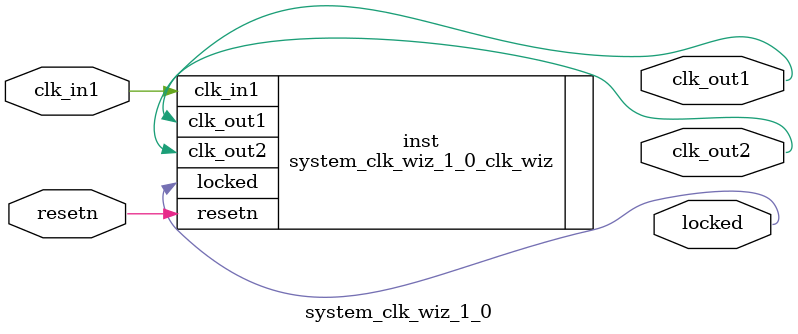
<source format=v>


`timescale 1ps/1ps

(* CORE_GENERATION_INFO = "system_clk_wiz_1_0,clk_wiz_v6_0_14_0_0,{component_name=system_clk_wiz_1_0,use_phase_alignment=true,use_min_o_jitter=false,use_max_i_jitter=false,use_dyn_phase_shift=false,use_inclk_switchover=false,use_dyn_reconfig=false,enable_axi=0,feedback_source=FDBK_AUTO,PRIMITIVE=MMCM,num_out_clk=2,clkin1_period=10.000,clkin2_period=10.000,use_power_down=false,use_reset=true,use_locked=true,use_inclk_stopped=false,feedback_type=SINGLE,CLOCK_MGR_TYPE=NA,manual_override=false}" *)

module system_clk_wiz_1_0 
 (
  // Clock out ports
  output        clk_out1,
  output        clk_out2,
  // Status and control signals
  input         resetn,
  output        locked,
 // Clock in ports
  input         clk_in1
 );

  system_clk_wiz_1_0_clk_wiz inst
  (
  // Clock out ports  
  .clk_out1(clk_out1),
  .clk_out2(clk_out2),
  // Status and control signals               
  .resetn(resetn), 
  .locked(locked),
 // Clock in ports
  .clk_in1(clk_in1)
  );

endmodule

</source>
